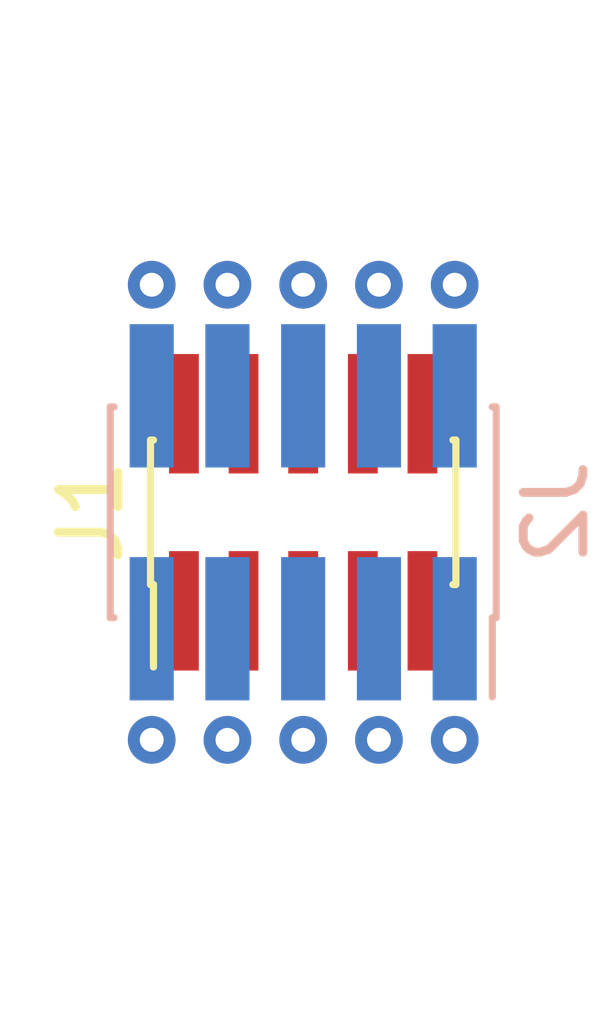
<source format=kicad_pcb>
(kicad_pcb (version 20171130) (host pcbnew 5.1.9-73d0e3b20d~88~ubuntu20.04.1)

  (general
    (thickness 1.6)
    (drawings 0)
    (tracks 10)
    (zones 0)
    (modules 2)
    (nets 11)
  )

  (page A4)
  (layers
    (0 F.Cu signal)
    (31 B.Cu signal)
    (32 B.Adhes user)
    (33 F.Adhes user)
    (34 B.Paste user)
    (35 F.Paste user)
    (36 B.SilkS user)
    (37 F.SilkS user)
    (38 B.Mask user)
    (39 F.Mask user)
    (40 Dwgs.User user)
    (41 Cmts.User user)
    (42 Eco1.User user)
    (43 Eco2.User user)
    (44 Edge.Cuts user)
    (45 Margin user)
    (46 B.CrtYd user)
    (47 F.CrtYd user)
    (48 B.Fab user)
    (49 F.Fab user)
  )

  (setup
    (last_trace_width 0.25)
    (trace_clearance 0.2)
    (zone_clearance 0.508)
    (zone_45_only no)
    (trace_min 0.2)
    (via_size 0.8)
    (via_drill 0.4)
    (via_min_size 0.4)
    (via_min_drill 0.3)
    (uvia_size 0.3)
    (uvia_drill 0.1)
    (uvias_allowed no)
    (uvia_min_size 0.2)
    (uvia_min_drill 0.1)
    (edge_width 0.05)
    (segment_width 0.2)
    (pcb_text_width 0.3)
    (pcb_text_size 1.5 1.5)
    (mod_edge_width 0.12)
    (mod_text_size 1 1)
    (mod_text_width 0.15)
    (pad_size 1.524 1.524)
    (pad_drill 0.762)
    (pad_to_mask_clearance 0)
    (aux_axis_origin 0 0)
    (visible_elements FFFFFF7F)
    (pcbplotparams
      (layerselection 0x010fc_ffffffff)
      (usegerberextensions false)
      (usegerberattributes true)
      (usegerberadvancedattributes true)
      (creategerberjobfile true)
      (excludeedgelayer true)
      (linewidth 0.100000)
      (plotframeref false)
      (viasonmask false)
      (mode 1)
      (useauxorigin false)
      (hpglpennumber 1)
      (hpglpenspeed 20)
      (hpglpendiameter 15.000000)
      (psnegative false)
      (psa4output false)
      (plotreference true)
      (plotvalue true)
      (plotinvisibletext false)
      (padsonsilk false)
      (subtractmaskfromsilk false)
      (outputformat 1)
      (mirror false)
      (drillshape 1)
      (scaleselection 1)
      (outputdirectory ""))
  )

  (net 0 "")
  (net 1 "Net-(J1-Pad10)")
  (net 2 "Net-(J1-Pad9)")
  (net 3 "Net-(J1-Pad8)")
  (net 4 "Net-(J1-Pad7)")
  (net 5 "Net-(J1-Pad6)")
  (net 6 "Net-(J1-Pad5)")
  (net 7 "Net-(J1-Pad4)")
  (net 8 "Net-(J1-Pad3)")
  (net 9 "Net-(J1-Pad2)")
  (net 10 "Net-(J1-Pad1)")

  (net_class Default "This is the default net class."
    (clearance 0.2)
    (trace_width 0.25)
    (via_dia 0.8)
    (via_drill 0.4)
    (uvia_dia 0.3)
    (uvia_drill 0.1)
    (add_net "Net-(J1-Pad1)")
    (add_net "Net-(J1-Pad10)")
    (add_net "Net-(J1-Pad2)")
    (add_net "Net-(J1-Pad3)")
    (add_net "Net-(J1-Pad4)")
    (add_net "Net-(J1-Pad5)")
    (add_net "Net-(J1-Pad6)")
    (add_net "Net-(J1-Pad7)")
    (add_net "Net-(J1-Pad8)")
    (add_net "Net-(J1-Pad9)")
  )

  (module Connector_PinHeader_1.27mm:PinHeader_2x05_P1.27mm_Vertical_SMD (layer B.Cu) (tedit 59FED6E3) (tstamp 606410F5)
    (at 164.592 91.948 90)
    (descr "surface-mounted straight pin header, 2x05, 1.27mm pitch, double rows")
    (tags "Surface mounted pin header SMD 2x05 1.27mm double row")
    (path /606F3B5B)
    (attr smd)
    (fp_text reference J2 (at 0 4.235 270) (layer B.SilkS)
      (effects (font (size 1 1) (thickness 0.15)) (justify mirror))
    )
    (fp_text value Conn_02x05_Odd_Even (at 0 -4.235 270) (layer B.Fab)
      (effects (font (size 1 1) (thickness 0.15)) (justify mirror))
    )
    (fp_text user %R (at 0 0) (layer B.Fab)
      (effects (font (size 1 1) (thickness 0.15)) (justify mirror))
    )
    (fp_line (start 1.705 -3.175) (end -1.705 -3.175) (layer B.Fab) (width 0.1))
    (fp_line (start -1.27 3.175) (end 1.705 3.175) (layer B.Fab) (width 0.1))
    (fp_line (start -1.705 -3.175) (end -1.705 2.74) (layer B.Fab) (width 0.1))
    (fp_line (start -1.705 2.74) (end -1.27 3.175) (layer B.Fab) (width 0.1))
    (fp_line (start 1.705 3.175) (end 1.705 -3.175) (layer B.Fab) (width 0.1))
    (fp_line (start -1.705 2.74) (end -2.75 2.74) (layer B.Fab) (width 0.1))
    (fp_line (start -2.75 2.74) (end -2.75 2.34) (layer B.Fab) (width 0.1))
    (fp_line (start -2.75 2.34) (end -1.705 2.34) (layer B.Fab) (width 0.1))
    (fp_line (start 1.705 2.74) (end 2.75 2.74) (layer B.Fab) (width 0.1))
    (fp_line (start 2.75 2.74) (end 2.75 2.34) (layer B.Fab) (width 0.1))
    (fp_line (start 2.75 2.34) (end 1.705 2.34) (layer B.Fab) (width 0.1))
    (fp_line (start -1.705 1.47) (end -2.75 1.47) (layer B.Fab) (width 0.1))
    (fp_line (start -2.75 1.47) (end -2.75 1.07) (layer B.Fab) (width 0.1))
    (fp_line (start -2.75 1.07) (end -1.705 1.07) (layer B.Fab) (width 0.1))
    (fp_line (start 1.705 1.47) (end 2.75 1.47) (layer B.Fab) (width 0.1))
    (fp_line (start 2.75 1.47) (end 2.75 1.07) (layer B.Fab) (width 0.1))
    (fp_line (start 2.75 1.07) (end 1.705 1.07) (layer B.Fab) (width 0.1))
    (fp_line (start -1.705 0.2) (end -2.75 0.2) (layer B.Fab) (width 0.1))
    (fp_line (start -2.75 0.2) (end -2.75 -0.2) (layer B.Fab) (width 0.1))
    (fp_line (start -2.75 -0.2) (end -1.705 -0.2) (layer B.Fab) (width 0.1))
    (fp_line (start 1.705 0.2) (end 2.75 0.2) (layer B.Fab) (width 0.1))
    (fp_line (start 2.75 0.2) (end 2.75 -0.2) (layer B.Fab) (width 0.1))
    (fp_line (start 2.75 -0.2) (end 1.705 -0.2) (layer B.Fab) (width 0.1))
    (fp_line (start -1.705 -1.07) (end -2.75 -1.07) (layer B.Fab) (width 0.1))
    (fp_line (start -2.75 -1.07) (end -2.75 -1.47) (layer B.Fab) (width 0.1))
    (fp_line (start -2.75 -1.47) (end -1.705 -1.47) (layer B.Fab) (width 0.1))
    (fp_line (start 1.705 -1.07) (end 2.75 -1.07) (layer B.Fab) (width 0.1))
    (fp_line (start 2.75 -1.07) (end 2.75 -1.47) (layer B.Fab) (width 0.1))
    (fp_line (start 2.75 -1.47) (end 1.705 -1.47) (layer B.Fab) (width 0.1))
    (fp_line (start -1.705 -2.34) (end -2.75 -2.34) (layer B.Fab) (width 0.1))
    (fp_line (start -2.75 -2.34) (end -2.75 -2.74) (layer B.Fab) (width 0.1))
    (fp_line (start -2.75 -2.74) (end -1.705 -2.74) (layer B.Fab) (width 0.1))
    (fp_line (start 1.705 -2.34) (end 2.75 -2.34) (layer B.Fab) (width 0.1))
    (fp_line (start 2.75 -2.34) (end 2.75 -2.74) (layer B.Fab) (width 0.1))
    (fp_line (start 2.75 -2.74) (end 1.705 -2.74) (layer B.Fab) (width 0.1))
    (fp_line (start -1.765 3.235) (end 1.765 3.235) (layer B.SilkS) (width 0.12))
    (fp_line (start -1.765 -3.235) (end 1.765 -3.235) (layer B.SilkS) (width 0.12))
    (fp_line (start -3.09 3.17) (end -1.765 3.17) (layer B.SilkS) (width 0.12))
    (fp_line (start -1.765 3.235) (end -1.765 3.17) (layer B.SilkS) (width 0.12))
    (fp_line (start 1.765 3.235) (end 1.765 3.17) (layer B.SilkS) (width 0.12))
    (fp_line (start -1.765 -3.17) (end -1.765 -3.235) (layer B.SilkS) (width 0.12))
    (fp_line (start 1.765 -3.17) (end 1.765 -3.235) (layer B.SilkS) (width 0.12))
    (fp_line (start -4.3 3.7) (end -4.3 -3.7) (layer B.CrtYd) (width 0.05))
    (fp_line (start -4.3 -3.7) (end 4.3 -3.7) (layer B.CrtYd) (width 0.05))
    (fp_line (start 4.3 -3.7) (end 4.3 3.7) (layer B.CrtYd) (width 0.05))
    (fp_line (start 4.3 3.7) (end -4.3 3.7) (layer B.CrtYd) (width 0.05))
    (pad 10 smd rect (at 1.95 -2.54 90) (size 2.4 0.74) (layers B.Cu B.Paste B.Mask)
      (net 1 "Net-(J1-Pad10)"))
    (pad 9 smd rect (at -1.95 -2.54 90) (size 2.4 0.74) (layers B.Cu B.Paste B.Mask)
      (net 2 "Net-(J1-Pad9)"))
    (pad 8 smd rect (at 1.95 -1.27 90) (size 2.4 0.74) (layers B.Cu B.Paste B.Mask)
      (net 3 "Net-(J1-Pad8)"))
    (pad 7 smd rect (at -1.95 -1.27 90) (size 2.4 0.74) (layers B.Cu B.Paste B.Mask)
      (net 4 "Net-(J1-Pad7)"))
    (pad 6 smd rect (at 1.95 0 90) (size 2.4 0.74) (layers B.Cu B.Paste B.Mask)
      (net 5 "Net-(J1-Pad6)"))
    (pad 5 smd rect (at -1.95 0 90) (size 2.4 0.74) (layers B.Cu B.Paste B.Mask)
      (net 6 "Net-(J1-Pad5)"))
    (pad 4 smd rect (at 1.95 1.27 90) (size 2.4 0.74) (layers B.Cu B.Paste B.Mask)
      (net 7 "Net-(J1-Pad4)"))
    (pad 3 smd rect (at -1.95 1.27 90) (size 2.4 0.74) (layers B.Cu B.Paste B.Mask)
      (net 8 "Net-(J1-Pad3)"))
    (pad 2 smd rect (at 1.95 2.54 90) (size 2.4 0.74) (layers B.Cu B.Paste B.Mask)
      (net 9 "Net-(J1-Pad2)"))
    (pad 1 smd rect (at -1.95 2.54 90) (size 2.4 0.74) (layers B.Cu B.Paste B.Mask)
      (net 10 "Net-(J1-Pad1)"))
    (model ${KISYS3DMOD}/Connector_PinHeader_1.27mm.3dshapes/PinHeader_2x05_P1.27mm_Vertical_SMD.wrl
      (at (xyz 0 0 0))
      (scale (xyz 1 1 1))
      (rotate (xyz 0 0 0))
    )
  )

  (module Connector_PinHeader_1.00mm:PinHeader_2x05_P1.00mm_Vertical_SMD (layer F.Cu) (tedit 59FED738) (tstamp 606410B8)
    (at 164.592 91.948 90)
    (descr "surface-mounted straight pin header, 2x05, 1.00mm pitch, double rows")
    (tags "Surface mounted pin header SMD 2x05 1.00mm double row")
    (path /606F3FDD)
    (attr smd)
    (fp_text reference J1 (at 0 -3.56 90) (layer F.SilkS)
      (effects (font (size 1 1) (thickness 0.15)))
    )
    (fp_text value Conn_02x05_Odd_Even (at 0 3.56 90) (layer F.Fab)
      (effects (font (size 1 1) (thickness 0.15)))
    )
    (fp_text user %R (at 0 0) (layer F.Fab)
      (effects (font (size 1 1) (thickness 0.15)))
    )
    (fp_line (start 1.15 2.5) (end -1.15 2.5) (layer F.Fab) (width 0.1))
    (fp_line (start -0.8 -2.5) (end 1.15 -2.5) (layer F.Fab) (width 0.1))
    (fp_line (start -1.15 2.5) (end -1.15 -2.15) (layer F.Fab) (width 0.1))
    (fp_line (start -1.15 -2.15) (end -0.8 -2.5) (layer F.Fab) (width 0.1))
    (fp_line (start 1.15 -2.5) (end 1.15 2.5) (layer F.Fab) (width 0.1))
    (fp_line (start -1.15 -2.15) (end -2.4 -2.15) (layer F.Fab) (width 0.1))
    (fp_line (start -2.4 -2.15) (end -2.4 -1.85) (layer F.Fab) (width 0.1))
    (fp_line (start -2.4 -1.85) (end -1.15 -1.85) (layer F.Fab) (width 0.1))
    (fp_line (start 1.15 -2.15) (end 2.4 -2.15) (layer F.Fab) (width 0.1))
    (fp_line (start 2.4 -2.15) (end 2.4 -1.85) (layer F.Fab) (width 0.1))
    (fp_line (start 2.4 -1.85) (end 1.15 -1.85) (layer F.Fab) (width 0.1))
    (fp_line (start -1.15 -1.15) (end -2.4 -1.15) (layer F.Fab) (width 0.1))
    (fp_line (start -2.4 -1.15) (end -2.4 -0.85) (layer F.Fab) (width 0.1))
    (fp_line (start -2.4 -0.85) (end -1.15 -0.85) (layer F.Fab) (width 0.1))
    (fp_line (start 1.15 -1.15) (end 2.4 -1.15) (layer F.Fab) (width 0.1))
    (fp_line (start 2.4 -1.15) (end 2.4 -0.85) (layer F.Fab) (width 0.1))
    (fp_line (start 2.4 -0.85) (end 1.15 -0.85) (layer F.Fab) (width 0.1))
    (fp_line (start -1.15 -0.15) (end -2.4 -0.15) (layer F.Fab) (width 0.1))
    (fp_line (start -2.4 -0.15) (end -2.4 0.15) (layer F.Fab) (width 0.1))
    (fp_line (start -2.4 0.15) (end -1.15 0.15) (layer F.Fab) (width 0.1))
    (fp_line (start 1.15 -0.15) (end 2.4 -0.15) (layer F.Fab) (width 0.1))
    (fp_line (start 2.4 -0.15) (end 2.4 0.15) (layer F.Fab) (width 0.1))
    (fp_line (start 2.4 0.15) (end 1.15 0.15) (layer F.Fab) (width 0.1))
    (fp_line (start -1.15 0.85) (end -2.4 0.85) (layer F.Fab) (width 0.1))
    (fp_line (start -2.4 0.85) (end -2.4 1.15) (layer F.Fab) (width 0.1))
    (fp_line (start -2.4 1.15) (end -1.15 1.15) (layer F.Fab) (width 0.1))
    (fp_line (start 1.15 0.85) (end 2.4 0.85) (layer F.Fab) (width 0.1))
    (fp_line (start 2.4 0.85) (end 2.4 1.15) (layer F.Fab) (width 0.1))
    (fp_line (start 2.4 1.15) (end 1.15 1.15) (layer F.Fab) (width 0.1))
    (fp_line (start -1.15 1.85) (end -2.4 1.85) (layer F.Fab) (width 0.1))
    (fp_line (start -2.4 1.85) (end -2.4 2.15) (layer F.Fab) (width 0.1))
    (fp_line (start -2.4 2.15) (end -1.15 2.15) (layer F.Fab) (width 0.1))
    (fp_line (start 1.15 1.85) (end 2.4 1.85) (layer F.Fab) (width 0.1))
    (fp_line (start 2.4 1.85) (end 2.4 2.15) (layer F.Fab) (width 0.1))
    (fp_line (start 2.4 2.15) (end 1.15 2.15) (layer F.Fab) (width 0.1))
    (fp_line (start -1.21 -2.56) (end 1.21 -2.56) (layer F.SilkS) (width 0.12))
    (fp_line (start -1.21 2.56) (end 1.21 2.56) (layer F.SilkS) (width 0.12))
    (fp_line (start -2.59 -2.51) (end -1.21 -2.51) (layer F.SilkS) (width 0.12))
    (fp_line (start -1.21 -2.56) (end -1.21 -2.51) (layer F.SilkS) (width 0.12))
    (fp_line (start 1.21 -2.56) (end 1.21 -2.51) (layer F.SilkS) (width 0.12))
    (fp_line (start -1.21 2.51) (end -1.21 2.56) (layer F.SilkS) (width 0.12))
    (fp_line (start 1.21 2.51) (end 1.21 2.56) (layer F.SilkS) (width 0.12))
    (fp_line (start -3.65 -3) (end -3.65 3) (layer F.CrtYd) (width 0.05))
    (fp_line (start -3.65 3) (end 3.65 3) (layer F.CrtYd) (width 0.05))
    (fp_line (start 3.65 3) (end 3.65 -3) (layer F.CrtYd) (width 0.05))
    (fp_line (start 3.65 -3) (end -3.65 -3) (layer F.CrtYd) (width 0.05))
    (pad 10 smd rect (at 1.65 2 90) (size 2 0.5) (layers F.Cu F.Paste F.Mask)
      (net 1 "Net-(J1-Pad10)"))
    (pad 9 smd rect (at -1.65 2 90) (size 2 0.5) (layers F.Cu F.Paste F.Mask)
      (net 2 "Net-(J1-Pad9)"))
    (pad 8 smd rect (at 1.65 1 90) (size 2 0.5) (layers F.Cu F.Paste F.Mask)
      (net 3 "Net-(J1-Pad8)"))
    (pad 7 smd rect (at -1.65 1 90) (size 2 0.5) (layers F.Cu F.Paste F.Mask)
      (net 4 "Net-(J1-Pad7)"))
    (pad 6 smd rect (at 1.65 0 90) (size 2 0.5) (layers F.Cu F.Paste F.Mask)
      (net 5 "Net-(J1-Pad6)"))
    (pad 5 smd rect (at -1.65 0 90) (size 2 0.5) (layers F.Cu F.Paste F.Mask)
      (net 6 "Net-(J1-Pad5)"))
    (pad 4 smd rect (at 1.65 -1 90) (size 2 0.5) (layers F.Cu F.Paste F.Mask)
      (net 7 "Net-(J1-Pad4)"))
    (pad 3 smd rect (at -1.65 -1 90) (size 2 0.5) (layers F.Cu F.Paste F.Mask)
      (net 8 "Net-(J1-Pad3)"))
    (pad 2 smd rect (at 1.65 -2 90) (size 2 0.5) (layers F.Cu F.Paste F.Mask)
      (net 9 "Net-(J1-Pad2)"))
    (pad 1 smd rect (at -1.65 -2 90) (size 2 0.5) (layers F.Cu F.Paste F.Mask)
      (net 10 "Net-(J1-Pad1)"))
    (model ${KISYS3DMOD}/Connector_PinHeader_1.00mm.3dshapes/PinHeader_2x05_P1.00mm_Vertical_SMD.wrl
      (at (xyz 0 0 0))
      (scale (xyz 1 1 1))
      (rotate (xyz 0 0 0))
    )
  )

  (via (at 162.052 88.138) (size 0.8) (drill 0.4) (layers F.Cu B.Cu) (net 0))
  (via (at 163.322 88.138) (size 0.8) (drill 0.4) (layers F.Cu B.Cu) (net 0))
  (via (at 164.592 88.138) (size 0.8) (drill 0.4) (layers F.Cu B.Cu) (net 0))
  (via (at 165.862 88.138) (size 0.8) (drill 0.4) (layers F.Cu B.Cu) (net 0))
  (via (at 167.132 88.138) (size 0.8) (drill 0.4) (layers F.Cu B.Cu) (net 0))
  (via (at 162.052 95.758) (size 0.8) (drill 0.4) (layers F.Cu B.Cu) (net 0))
  (via (at 163.322 95.758) (size 0.8) (drill 0.4) (layers F.Cu B.Cu) (net 0))
  (via (at 164.592 95.758) (size 0.8) (drill 0.4) (layers F.Cu B.Cu) (net 0))
  (via (at 165.862 95.758) (size 0.8) (drill 0.4) (layers F.Cu B.Cu) (net 0))
  (via (at 167.132 95.758) (size 0.8) (drill 0.4) (layers F.Cu B.Cu) (net 0))

)

</source>
